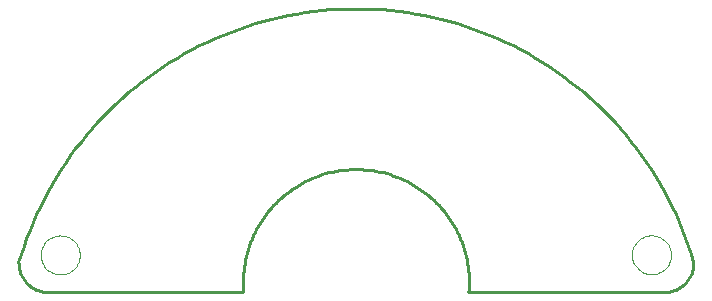
<source format=gko>
G75*
%MOIN*%
%OFA0B0*%
%FSLAX24Y24*%
%IPPOS*%
%LPD*%
%AMOC8*
5,1,8,0,0,1.08239X$1,22.5*
%
%ADD10C,0.0100*%
%ADD11C,0.0000*%
D10*
X001180Y000180D02*
X007680Y000180D01*
X007671Y000301D01*
X007666Y000423D01*
X007665Y000544D01*
X007668Y000665D01*
X007674Y000787D01*
X007685Y000908D01*
X007699Y001028D01*
X007718Y001148D01*
X007740Y001268D01*
X007766Y001386D01*
X007796Y001504D01*
X007829Y001621D01*
X007867Y001737D01*
X007908Y001851D01*
X007952Y001964D01*
X008001Y002075D01*
X008053Y002185D01*
X008108Y002293D01*
X008167Y002399D01*
X008229Y002504D01*
X008295Y002606D01*
X008364Y002706D01*
X008436Y002804D01*
X008511Y002899D01*
X008589Y002992D01*
X008670Y003082D01*
X008754Y003170D01*
X008841Y003255D01*
X008931Y003337D01*
X009023Y003416D01*
X009118Y003492D01*
X009215Y003565D01*
X009314Y003635D01*
X009416Y003702D01*
X009519Y003765D01*
X009625Y003825D01*
X009732Y003882D01*
X009842Y003935D01*
X009953Y003984D01*
X010065Y004030D01*
X010179Y004072D01*
X010294Y004111D01*
X010410Y004145D01*
X010528Y004176D01*
X010646Y004204D01*
X010765Y004227D01*
X010885Y004246D01*
X011006Y004262D01*
X011127Y004274D01*
X011248Y004282D01*
X011369Y004286D01*
X011491Y004286D01*
X011612Y004282D01*
X011733Y004274D01*
X011854Y004262D01*
X011975Y004246D01*
X012095Y004227D01*
X012214Y004204D01*
X012332Y004176D01*
X012450Y004145D01*
X012566Y004111D01*
X012681Y004072D01*
X012795Y004030D01*
X012907Y003984D01*
X013018Y003935D01*
X013128Y003882D01*
X013235Y003825D01*
X013341Y003765D01*
X013444Y003702D01*
X013546Y003635D01*
X013645Y003565D01*
X013742Y003492D01*
X013837Y003416D01*
X013929Y003337D01*
X014019Y003255D01*
X014106Y003170D01*
X014190Y003082D01*
X014271Y002992D01*
X014349Y002899D01*
X014424Y002804D01*
X014496Y002706D01*
X014565Y002606D01*
X014631Y002504D01*
X014693Y002399D01*
X014752Y002293D01*
X014807Y002185D01*
X014859Y002075D01*
X014908Y001964D01*
X014952Y001851D01*
X014993Y001737D01*
X015031Y001621D01*
X015064Y001504D01*
X015094Y001386D01*
X015120Y001268D01*
X015142Y001148D01*
X015161Y001028D01*
X015175Y000908D01*
X015186Y000787D01*
X015192Y000665D01*
X015195Y000544D01*
X015194Y000423D01*
X015189Y000301D01*
X015180Y000180D01*
X021680Y000180D01*
X021740Y000182D01*
X021801Y000187D01*
X021860Y000196D01*
X021919Y000209D01*
X021978Y000225D01*
X022035Y000245D01*
X022090Y000268D01*
X022145Y000295D01*
X022197Y000324D01*
X022248Y000357D01*
X022297Y000393D01*
X022343Y000431D01*
X022387Y000473D01*
X022429Y000517D01*
X022467Y000563D01*
X022503Y000612D01*
X022536Y000663D01*
X022565Y000715D01*
X022592Y000770D01*
X022615Y000825D01*
X022635Y000882D01*
X022651Y000941D01*
X022664Y001000D01*
X022673Y001059D01*
X022678Y001120D01*
X022680Y001180D01*
X022598Y001453D01*
X022509Y001723D01*
X022413Y001992D01*
X022311Y002258D01*
X022202Y002521D01*
X022088Y002782D01*
X021966Y003040D01*
X021839Y003295D01*
X021705Y003546D01*
X021566Y003795D01*
X021420Y004039D01*
X021268Y004281D01*
X021111Y004518D01*
X020948Y004752D01*
X020779Y004981D01*
X020605Y005207D01*
X020425Y005428D01*
X020240Y005644D01*
X020050Y005856D01*
X019854Y006064D01*
X019654Y006266D01*
X019449Y006464D01*
X019239Y006656D01*
X019024Y006844D01*
X018805Y007026D01*
X018581Y007203D01*
X018354Y007374D01*
X018122Y007540D01*
X017886Y007700D01*
X017646Y007854D01*
X017403Y008002D01*
X017156Y008144D01*
X016906Y008281D01*
X016653Y008411D01*
X016396Y008535D01*
X016137Y008652D01*
X015874Y008764D01*
X015610Y008869D01*
X015342Y008967D01*
X015073Y009059D01*
X014801Y009144D01*
X014527Y009223D01*
X014251Y009295D01*
X013974Y009360D01*
X013695Y009419D01*
X013415Y009471D01*
X013133Y009515D01*
X012851Y009553D01*
X012568Y009585D01*
X012284Y009609D01*
X012000Y009626D01*
X011715Y009637D01*
X011430Y009640D01*
X011145Y009637D01*
X010860Y009626D01*
X010576Y009609D01*
X010292Y009585D01*
X010009Y009553D01*
X009727Y009515D01*
X009445Y009471D01*
X009165Y009419D01*
X008886Y009360D01*
X008609Y009295D01*
X008333Y009223D01*
X008059Y009144D01*
X007787Y009059D01*
X007518Y008967D01*
X007250Y008869D01*
X006986Y008764D01*
X006723Y008652D01*
X006464Y008535D01*
X006207Y008411D01*
X005954Y008281D01*
X005704Y008144D01*
X005457Y008002D01*
X005214Y007854D01*
X004974Y007700D01*
X004738Y007540D01*
X004506Y007374D01*
X004279Y007203D01*
X004055Y007026D01*
X003836Y006844D01*
X003621Y006656D01*
X003411Y006464D01*
X003206Y006266D01*
X003006Y006064D01*
X002810Y005856D01*
X002620Y005644D01*
X002435Y005428D01*
X002255Y005207D01*
X002081Y004981D01*
X001912Y004752D01*
X001749Y004518D01*
X001592Y004281D01*
X001440Y004039D01*
X001294Y003795D01*
X001155Y003546D01*
X001021Y003295D01*
X000894Y003040D01*
X000772Y002782D01*
X000658Y002521D01*
X000549Y002258D01*
X000447Y001992D01*
X000351Y001723D01*
X000262Y001453D01*
X000180Y001180D01*
X000182Y001120D01*
X000187Y001059D01*
X000196Y001000D01*
X000209Y000941D01*
X000225Y000882D01*
X000245Y000825D01*
X000268Y000770D01*
X000295Y000715D01*
X000324Y000663D01*
X000357Y000612D01*
X000393Y000563D01*
X000431Y000517D01*
X000473Y000473D01*
X000517Y000431D01*
X000563Y000393D01*
X000612Y000357D01*
X000663Y000324D01*
X000715Y000295D01*
X000770Y000268D01*
X000825Y000245D01*
X000882Y000225D01*
X000941Y000209D01*
X001000Y000196D01*
X001059Y000187D01*
X001120Y000182D01*
X001180Y000180D01*
D11*
X000925Y001425D02*
X000927Y001475D01*
X000933Y001525D01*
X000943Y001575D01*
X000956Y001623D01*
X000973Y001671D01*
X000994Y001717D01*
X001018Y001761D01*
X001046Y001803D01*
X001077Y001843D01*
X001111Y001880D01*
X001148Y001915D01*
X001187Y001946D01*
X001228Y001975D01*
X001272Y002000D01*
X001318Y002022D01*
X001365Y002040D01*
X001413Y002054D01*
X001462Y002065D01*
X001512Y002072D01*
X001562Y002075D01*
X001613Y002074D01*
X001663Y002069D01*
X001713Y002060D01*
X001761Y002048D01*
X001809Y002031D01*
X001855Y002011D01*
X001900Y001988D01*
X001943Y001961D01*
X001983Y001931D01*
X002021Y001898D01*
X002056Y001862D01*
X002089Y001823D01*
X002118Y001782D01*
X002144Y001739D01*
X002167Y001694D01*
X002186Y001647D01*
X002201Y001599D01*
X002213Y001550D01*
X002221Y001500D01*
X002225Y001450D01*
X002225Y001400D01*
X002221Y001350D01*
X002213Y001300D01*
X002201Y001251D01*
X002186Y001203D01*
X002167Y001156D01*
X002144Y001111D01*
X002118Y001068D01*
X002089Y001027D01*
X002056Y000988D01*
X002021Y000952D01*
X001983Y000919D01*
X001943Y000889D01*
X001900Y000862D01*
X001855Y000839D01*
X001809Y000819D01*
X001761Y000802D01*
X001713Y000790D01*
X001663Y000781D01*
X001613Y000776D01*
X001562Y000775D01*
X001512Y000778D01*
X001462Y000785D01*
X001413Y000796D01*
X001365Y000810D01*
X001318Y000828D01*
X001272Y000850D01*
X001228Y000875D01*
X001187Y000904D01*
X001148Y000935D01*
X001111Y000970D01*
X001077Y001007D01*
X001046Y001047D01*
X001018Y001089D01*
X000994Y001133D01*
X000973Y001179D01*
X000956Y001227D01*
X000943Y001275D01*
X000933Y001325D01*
X000927Y001375D01*
X000925Y001425D01*
X020630Y001430D02*
X020632Y001480D01*
X020638Y001530D01*
X020648Y001580D01*
X020661Y001628D01*
X020678Y001676D01*
X020699Y001722D01*
X020723Y001766D01*
X020751Y001808D01*
X020782Y001848D01*
X020816Y001885D01*
X020853Y001920D01*
X020892Y001951D01*
X020933Y001980D01*
X020977Y002005D01*
X021023Y002027D01*
X021070Y002045D01*
X021118Y002059D01*
X021167Y002070D01*
X021217Y002077D01*
X021267Y002080D01*
X021318Y002079D01*
X021368Y002074D01*
X021418Y002065D01*
X021466Y002053D01*
X021514Y002036D01*
X021560Y002016D01*
X021605Y001993D01*
X021648Y001966D01*
X021688Y001936D01*
X021726Y001903D01*
X021761Y001867D01*
X021794Y001828D01*
X021823Y001787D01*
X021849Y001744D01*
X021872Y001699D01*
X021891Y001652D01*
X021906Y001604D01*
X021918Y001555D01*
X021926Y001505D01*
X021930Y001455D01*
X021930Y001405D01*
X021926Y001355D01*
X021918Y001305D01*
X021906Y001256D01*
X021891Y001208D01*
X021872Y001161D01*
X021849Y001116D01*
X021823Y001073D01*
X021794Y001032D01*
X021761Y000993D01*
X021726Y000957D01*
X021688Y000924D01*
X021648Y000894D01*
X021605Y000867D01*
X021560Y000844D01*
X021514Y000824D01*
X021466Y000807D01*
X021418Y000795D01*
X021368Y000786D01*
X021318Y000781D01*
X021267Y000780D01*
X021217Y000783D01*
X021167Y000790D01*
X021118Y000801D01*
X021070Y000815D01*
X021023Y000833D01*
X020977Y000855D01*
X020933Y000880D01*
X020892Y000909D01*
X020853Y000940D01*
X020816Y000975D01*
X020782Y001012D01*
X020751Y001052D01*
X020723Y001094D01*
X020699Y001138D01*
X020678Y001184D01*
X020661Y001232D01*
X020648Y001280D01*
X020638Y001330D01*
X020632Y001380D01*
X020630Y001430D01*
M02*

</source>
